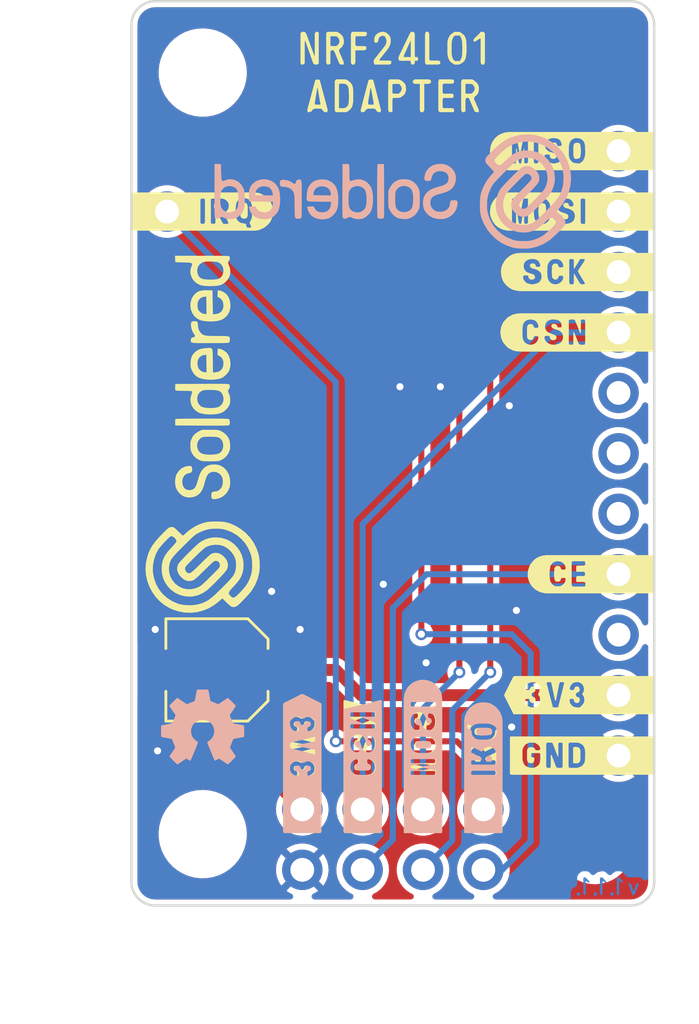
<source format=kicad_pcb>
(kicad_pcb (version 20210623) (generator pcbnew)
  (title_block (title "NRF24L01 adapter") (date "2021-09-09") (rev "V1.1.1.") (company "SOLDERED") (comment 1 "333059"))
  (layers (0 "F.Cu" signal) (31 "B.Cu" signal) (34 "B.Paste" user) (35 "F.Paste" user) (36 "B.SilkS" user "B.Silkscreen") (37 "F.SilkS" user "F.Silkscreen") (38 "B.Mask" user) (39 "F.Mask" user) (44 "Edge.Cuts" user))
  (net 0 "")
  (net 1 "3V3")
  (net 2 "GND")
  (net 3 "IRQ")
  (net 4 "MOSI")
  (net 5 "CSN")
  (net 6 "CE")
  (net 7 "SCK")
  (net 8 "MISO")
  (footprint "buzzardLabel" (layer "F.Cu") (at 132.4 143.7)
    (fp_text reference "" (at 0 0) (layer "F.SilkS") (effects (font (size 1.27 1.27))))
    (fp_text value "" (at 0 0) (layer "F.SilkS") (effects (font (size 1.27 1.27))))
  )
  (footprint "buzzardLabel" (layer "F.Cu") (at 124.81 147.35 90)
    (fp_text reference "" (at 0 0 90) (layer "F.SilkS") (effects (font (size 1.27 1.27))))
    (fp_text value "" (at 0 0 90) (layer "F.SilkS") (effects (font (size 1.27 1.27))))
  )
  (footprint "buzzardLabel" (layer "F.Cu") (at 121 114)
    (fp_text reference "" (at 0 0) (layer "F.SilkS") (effects (font (size 1.27 1.27))))
    (fp_text value "" (at 0 0) (layer "F.SilkS") (effects (font (size 1.27 1.27))))
  )
  (footprint "buzzardLabel" (layer "F.Cu") (at 109.6 120.84)
    (fp_text reference "" (at 0 0) (layer "F.SilkS") (effects (font (size 1.27 1.27))))
    (fp_text value "" (at 0 0) (layer "F.SilkS") (effects (font (size 1.27 1.27))))
  )
  (footprint "buzzardLabel" (layer "F.Cu") (at 132.4 125.92)
    (fp_text reference "" (at 0 0) (layer "F.SilkS") (effects (font (size 1.27 1.27))))
    (fp_text value "" (at 0 0) (layer "F.SilkS") (effects (font (size 1.27 1.27))))
  )
  (footprint "e-radionica.com footprinti:FIDUCIAL_23" (layer "F.Cu") (at 129.5 147.5)
    (fp_text reference "FD1")
    (fp_text value "FIDUCIAL")
    (fp_circle (center 0 0) (end 1 0) (layer "F.Cu") (width 0.2) (fill none))
    (pad "1" smd circle (at 0 0) (size 1 1) (layers "F.Cu" "F.Paste" "F.Mask") (clearance 1.1))
  )
  (footprint "e-radionica.com footprinti:HOLE_3.2mm" (layer "F.Cu") (at 113 115)
    (fp_text reference "H2" hide)
    (fp_text value "HOLE_3.2mm" hide)
    (pad "" np_thru_hole circle locked (at 0 0) (size 3.2 3.2) (drill 3.2) (layers F&B.Cu *.Mask))
  )
  (footprint "e-radionica.com footprinti:HOLE_3.2mm" (layer "F.Cu") (at 113 147)
    (fp_text reference "H1" hide)
    (fp_text value "HOLE_3.2mm" hide)
    (pad "" np_thru_hole circle locked (at 0 0) (size 3.2 3.2) (drill 3.2) (layers F&B.Cu *.Mask))
  )
  (footprint "buzzardLabel" (layer "F.Cu") (at 122.27 147.35 90)
    (fp_text reference "" (at 0 0 90) (layer "F.SilkS") (effects (font (size 1.27 1.27))))
    (fp_text value "" (at 0 0 90) (layer "F.SilkS") (effects (font (size 1.27 1.27))))
  )
  (footprint "buzzardLabel" (layer "F.Cu") (at 132.4 118.3)
    (fp_text reference "" (at 0 0) (layer "F.SilkS") (effects (font (size 1.27 1.27))))
    (fp_text value "" (at 0 0) (layer "F.SilkS") (effects (font (size 1.27 1.27))))
  )
  (footprint "buzzardLabel" (layer "F.Cu") (at 132.4 136.08)
    (fp_text reference "" (at 0 0) (layer "F.SilkS") (effects (font (size 1.27 1.27))))
    (fp_text value "" (at 0 0) (layer "F.SilkS") (effects (font (size 1.27 1.27))))
  )
  (footprint "buzzardLabel" (layer "F.Cu") (at 132.4 120.84)
    (fp_text reference "" (at 0 0) (layer "F.SilkS") (effects (font (size 1.27 1.27))))
    (fp_text value "" (at 0 0) (layer "F.SilkS") (effects (font (size 1.27 1.27))))
  )
  (footprint "buzzardLabel" (layer "F.Cu") (at 132.4 123.38)
    (fp_text reference "" (at 0 0) (layer "F.SilkS") (effects (font (size 1.27 1.27))))
    (fp_text value "" (at 0 0) (layer "F.SilkS") (effects (font (size 1.27 1.27))))
  )
  (footprint "Soldered Graphics:Logo-Back-SolderedFULL-15mm" (layer "F.Cu") (at 121 120)
    (fp_text reference "REF**" hide)
    (fp_text value "Logo-Front-SolderedFULL-15mm" hide)
  )
  (footprint "buzzardLabel" (layer "F.Cu") (at 132.4 141.16)
    (fp_text reference "" (at 0 0) (layer "F.SilkS") (effects (font (size 1.27 1.27))))
    (fp_text value "" (at 0 0) (layer "F.SilkS") (effects (font (size 1.27 1.27))))
  )
  (footprint "e-radionica.com footprinti:ELECTROLITIC_CAP_4mm" (layer "F.Cu") (at 113.6 140.1 180)
    (fp_text reference "C1")
    (fp_text value "10uF_10V")
    (pad "1" smd rect (at -1.8 0 180) (size 2.6 1.6) (layers "F.Cu" "F.Paste" "F.Mask") (net 1 "3V3"))
    (pad "2" smd rect (at 1.8 0 180) (size 2.6 1.6) (layers "F.Cu" "F.Paste" "F.Mask") (net 2 "GND"))
  )
  (footprint "Soldered Graphics:Logo-Back-OSH-3.5mm" (layer "F.Cu") (at 113 142.5)
    (fp_text reference "G***" hide)
    (fp_text value "LOGO" hide)
  )
  (footprint "buzzardLabel" (layer "F.Cu") (at 121 116)
    (fp_text reference "" (at 0 0) (layer "F.SilkS") (effects (font (size 1.27 1.27))))
    (fp_text value "" (at 0 0) (layer "F.SilkS") (effects (font (size 1.27 1.27))))
  )
  (footprint "e-radionica.com footprinti:HEADER_FEMALE_4X2" (layer "F.Cu") (at 121 147.23 -90)
    (fp_text reference "K1")
    (fp_text value "HEADER_FEMALE_4X2")
    (pad "1" thru_hole circle (at -1.27 -3.81 270) (size 1.7 1.7) (drill 1) (layers *.Cu *.Mask) (net 3 "IRQ"))
    (pad "2" thru_hole circle (at -1.27 -1.27 270) (size 1.7 1.7) (drill 1) (layers *.Cu *.Mask) (net 4 "MOSI"))
    (pad "3" thru_hole circle (at -1.27 1.27 270) (size 1.7 1.7) (drill 1) (layers *.Cu *.Mask) (net 5 "CSN"))
    (pad "4" thru_hole circle (at -1.27 3.81 270) (size 1.7 1.7) (drill 1) (layers *.Cu *.Mask) (net 1 "3V3"))
    (pad "5" thru_hole circle (at 1.27 3.81 270) (size 1.7 1.7) (drill 1) (layers *.Cu *.Mask) (net 2 "GND"))
    (pad "6" thru_hole circle (at 1.27 1.27 270) (size 1.7 1.7) (drill 1) (layers *.Cu *.Mask) (net 6 "CE"))
    (pad "7" thru_hole circle (at 1.27 -1.27 270) (size 1.7 1.7) (drill 1) (layers *.Cu *.Mask) (net 7 "SCK"))
    (pad "8" thru_hole circle (at 1.27 -3.81 270) (size 1.7 1.7) (drill 1) (layers *.Cu *.Mask) (net 8 "MISO"))
  )
  (footprint "buzzardLabel" (layer "F.Cu") (at 119.73 147.35 90)
    (fp_text reference "" (at 0 0 90) (layer "F.SilkS") (effects (font (size 1.27 1.27))))
    (fp_text value "" (at 0 0 90) (layer "F.SilkS") (effects (font (size 1.27 1.27))))
  )
  (footprint "buzzardLabel" (layer "F.Cu") (at 117.19 147.35 90)
    (fp_text reference "" (at 0 0 90) (layer "F.SilkS") (effects (font (size 1.27 1.27))))
    (fp_text value "" (at 0 0 90) (layer "F.SilkS") (effects (font (size 1.27 1.27))))
  )
  (footprint "Soldered Graphics:Logo-Front-SolderedFULL-15mm" (layer "F.Cu") (at 113 130.2 90)
    (fp_text reference "REF**" hide)
    (fp_text value "Logo-Front-SolderedFULL-15mm" hide)
  )
  (footprint "buzzardLabel" (layer "B.Cu") (at 117.19 147.35 90)
    (fp_text reference "" (at 0 0 90) (layer "B.SilkS") (effects (font (size 1.27 1.27)) (justify mirror)))
    (fp_text value "" (at 0 0 90) (layer "B.SilkS") (effects (font (size 1.27 1.27)) (justify mirror)))
  )
  (footprint "Soldered Graphics:Version1.1.1." (layer "B.Cu") (at 130 149.2 180)
    (fp_text reference "REF**" hide)
    (fp_text value "Version1.1.1." hide)
    (fp_poly (pts (xy -0.5 -0.35) (xy -0.44 -0.35) (xy -0.43 -0.31) (xy -0.43 0.35) (xy -0.46 0.38) (xy -0.52 0.38) (xy -0.55 0.34) (xy -0.67 0.22) (xy -0.68 0.17) (xy -0.65 0.16) (xy -0.56 0.22) (xy -0.52 0.23) (xy -0.52 -0.31) (xy -0.5 -0.35)) (layer "B.Cu") (width 0.01) (fill solid))
    (fp_poly (pts (xy -0.27 -0.38) (xy -0.22 -0.38) (xy -0.17 -0.37) (xy -0.16 -0.33) (xy -0.16 -0.27) (xy -0.21 -0.26) (xy -0.26 -0.26) (xy -0.29 -0.29) (xy -0.29 -0.34) (xy -0.27 -0.38)) (layer "B.Cu") (width 0.01) (fill solid))
    (fp_poly (pts (xy -1.15 -0.35) (xy -1.1 -0.35) (xy -1.07 -0.31) (xy -0.92 0.1) (xy -0.94 0.13) (xy -0.99 0.13) (xy -1.02 0.1) (xy -1.11 -0.16) (xy -1.13 -0.21) (xy -1.15 -0.17) (xy -1.24 0.09) (xy -1.26 0.13) (xy -1.32 0.13) (xy -1.34 0.1) (xy -1.18 -0.31) (xy -1.15 -0.35)) (layer "B.Cu") (width 0.01) (fill solid))
    (fp_poly (pts (xy 0.43 -0.38) (xy 0.48 -0.38) (xy 0.54 -0.37) (xy 0.54 -0.33) (xy 0.54 -0.27) (xy 0.5 -0.26) (xy 0.45 -0.26) (xy 0.42 -0.29) (xy 0.42 -0.34) (xy 0.43 -0.38)) (layer "B.Cu") (width 0.01) (fill solid))
    (fp_poly (pts (xy 1.14 -0.38) (xy 1.19 -0.38) (xy 1.24 -0.37) (xy 1.25 -0.33) (xy 1.25 -0.27) (xy 1.2 -0.26) (xy 1.15 -0.26) (xy 1.12 -0.29) (xy 1.12 -0.34) (xy 1.14 -0.38)) (layer "B.Cu") (width 0.01) (fill solid))
    (fp_poly (pts (xy 0.21 -0.35) (xy 0.26 -0.35) (xy 0.28 -0.31) (xy 0.28 0.35) (xy 0.24 0.38) (xy 0.19 0.38) (xy 0.15 0.34) (xy 0.04 0.22) (xy 0.02 0.17) (xy 0.05 0.16) (xy 0.14 0.22) (xy 0.18 0.23) (xy 0.18 -0.31) (xy 0.21 -0.35)) (layer "B.Cu") (width 0.01) (fill solid))
    (fp_poly (pts (xy 0.91 -0.35) (xy 0.96 -0.35) (xy 0.98 -0.31) (xy 0.98 0.35) (xy 0.95 0.38) (xy 0.89 0.38) (xy 0.86 0.34) (xy 0.74 0.22) (xy 0.73 0.17) (xy 0.76 0.16) (xy 0.85 0.22) (xy 0.89 0.23) (xy 0.89 -0.31) (xy 0.91 -0.35)) (layer "B.Cu") (width 0.01) (fill solid))
  )
  (footprint "e-radionica.com footprinti:HEADER_MALE_11X1" (layer "B.Cu") (at 130.5 131 90)
    (fp_text reference "K2")
    (fp_text value "HEADER_MALE_11X1")
    (pad "1" thru_hole circle locked (at -12.7 0 90) (size 1.7 1.7) (drill 1) (layers *.Cu *.Mask) (net 2 "GND"))
    (pad "2" thru_hole circle locked (at -10.16 0 90) (size 1.7 1.7) (drill 1) (layers *.Cu *.Mask) (net 1 "3V3"))
    (pad "3" thru_hole circle locked (at -7.62 0 90) (size 1.7 1.7) (drill 1) (layers *.Cu *.Mask))
    (pad "4" thru_hole circle locked (at -5.08 0 90) (size 1.7 1.7) (drill 1) (layers *.Cu *.Mask) (net 6 "CE"))
    (pad "5" thru_hole circle locked (at -2.54 0 90) (size 1.7 1.7) (drill 1) (layers *.Cu *.Mask))
    (pad "6" thru_hole circle locked (at 0 0 90) (size 1.7 1.7) (drill 1) (layers *.Cu *.Mask))
    (pad "7" thru_hole circle locked (at 2.54 0 90) (size 1.7 1.7) (drill 1) (layers *.Cu *.Mask))
    (pad "8" thru_hole circle locked (at 5.08 0 90) (size 1.7 1.7) (drill 1) (layers *.Cu *.Mask) (net 5 "CSN"))
    (pad "9" thru_hole circle locked (at 7.62 0 90) (size 1.7 1.7) (drill 1) (layers *.Cu *.Mask) (net 7 "SCK"))
    (pad "10" thru_hole circle locked (at 10.16 0 90) (size 1.7 1.7) (drill 1) (layers *.Cu *.Mask) (net 4 "MOSI"))
    (pad "11" thru_hole circle locked (at 12.7 0 90) (size 1.7 1.7) (drill 1) (layers *.Cu *.Mask) (net 8 "MISO"))
  )
  (footprint "buzzardLabel" (layer "B.Cu") (at 122.27 147.35 90)
    (fp_text reference "" (at 0 0 90) (layer "B.SilkS") (effects (font (size 1.27 1.27)) (justify mirror)))
    (fp_text value "" (at 0 0 90) (layer "B.SilkS") (effects (font (size 1.27 1.27)) (justify mirror)))
  )
  (footprint "e-radionica.com footprinti:HEADER_MALE_1X1" (layer "B.Cu") (at 111.5 120.84 180)
    (fp_text reference "K3")
    (fp_text value "HEADER_MALE_1X1")
    (pad "1" thru_hole circle locked (at 0 0 180) (size 1.7 1.7) (drill 1) (layers *.Cu *.Mask) (net 3 "IRQ"))
  )
  (footprint "buzzardLabel" (layer "B.Cu") (at 119.73 147.35 90)
    (fp_text reference "" (at 0 0 90) (layer "B.SilkS") (effects (font (size 1.27 1.27)) (justify mirror)))
    (fp_text value "" (at 0 0 90) (layer "B.SilkS") (effects (font (size 1.27 1.27)) (justify mirror)))
  )
  (footprint "buzzardLabel" (layer "B.Cu") (at 124.81 147.35 90)
    (fp_text reference "" (at 0 0 90) (layer "B.SilkS") (effects (font (size 1.27 1.27)) (justify mirror)))
    (fp_text value "" (at 0 0 90) (layer "B.SilkS") (effects (font (size 1.27 1.27)) (justify mirror)))
  )
  (gr_arc (start 111 149) (end 111 150) (angle 90) (layer "Edge.Cuts") (width 0.1))
  (gr_line (start 131 150) (end 111 150) (layer "Edge.Cuts") (width 0.1))
  (gr_line (start 132 113) (end 132 149) (layer "Edge.Cuts") (width 0.1))
  (gr_arc (start 131 149) (end 131 150) (angle -90) (layer "Edge.Cuts") (width 0.1))
  (gr_line (start 110 149) (end 110 113) (layer "Edge.Cuts") (width 0.1))
  (gr_arc (start 131 112.999997) (end 131 112) (angle 90) (layer "Edge.Cuts") (width 0.1))
  (gr_arc (start 110.999997 113) (end 111 112) (angle -90) (layer "Edge.Cuts") (width 0.1))
  (gr_line (start 111 112) (end 131 112) (layer "Edge.Cuts") (width 0.1))
  (segment (start 115.4 140.1) (end 115.4 144.17) (width 0.5) (layer "F.Cu") (net 1))
  (segment (start 130.5 141.16) (end 119.66 141.16) (width 0.5) (layer "F.Cu") (net 1))
  (segment (start 115.4 144.17) (end 117.19 145.96) (width 0.5) (layer "F.Cu") (net 1))
  (segment (start 117.19 145.96) (end 116.66 145.96) (width 0.5) (layer "F.Cu") (net 1))
  (segment (start 119.66 141.16) (end 118.6 140.1) (width 0.5) (layer "F.Cu") (net 1))
  (segment (start 118.6 140.1) (end 115.4 140.1) (width 0.5) (layer "F.Cu") (net 1))
  (via (at 111 138.4) (size 0.5) (drill 0.3) (layers "F.Cu" "B.Cu") (net 2))
  (via (at 126.2 137.6) (size 0.5) (drill 0.3) (layers "F.Cu" "B.Cu") (net 2))
  (via (at 120.6 136.5) (size 0.5) (drill 0.3) (layers "F.Cu" "B.Cu") (net 2))
  (via (at 126 142.5) (size 0.5) (drill 0.3) (layers "F.Cu" "B.Cu") (net 2))
  (via (at 122.4 139.8) (size 0.5) (drill 0.3) (layers "F.Cu" "B.Cu") (net 2))
  (via (at 125.9 129) (size 0.5) (drill 0.3) (layers "F.Cu" "B.Cu") (net 2))
  (via (at 111.1 143.5) (size 0.5) (drill 0.3) (layers "F.Cu" "B.Cu") (net 2))
  (via (at 123 128.2) (size 0.5) (drill 0.3) (layers "F.Cu" "B.Cu") (net 2))
  (via (at 117.1 138.4) (size 0.5) (drill 0.3) (layers "F.Cu" "B.Cu") (net 2))
  (via (at 115.9 136.8) (size 0.5) (drill 0.3) (layers "F.Cu" "B.Cu") (net 2))
  (via (at 121.3 128.2) (size 0.5) (drill 0.3) (layers "F.Cu" "B.Cu") (net 2))
  (segment (start 118.6 143.1) (end 123.7 143.1) (width 0.254) (layer "F.Cu") (net 3))
  (segment (start 124.81 144.21) (end 124.81 145.96) (width 0.254) (layer "F.Cu") (net 3))
  (segment (start 123.7 143.1) (end 124.81 144.21) (width 0.254) (layer "F.Cu") (net 3))
  (via (at 118.6 143.1) (size 0.5) (drill 0.3) (layers "F.Cu" "B.Cu") (net 3))
  (segment (start 118.6 143.1) (end 118.6 128) (width 0.254) (layer "B.Cu") (net 3))
  (segment (start 118.6 128) (end 111.5 120.9) (width 0.254) (layer "B.Cu") (net 3))
  (segment (start 111.5 120.9) (end 111.5 120.84) (width 0.254) (layer "B.Cu") (net 3))
  (segment (start 123.8 124.8) (end 127.76 120.84) (width 0.254) (layer "F.Cu") (net 4))
  (segment (start 123.8 140.2) (end 123.8 124.8) (width 0.254) (layer "F.Cu") (net 4))
  (segment (start 127.76 120.84) (end 130.5 120.84) (width 0.254) (layer "F.Cu") (net 4))
  (via (at 123.8 140.2) (size 0.5) (drill 0.3) (layers "F.Cu" "B.Cu") (net 4))
  (segment (start 122.27 141.73) (end 122.27 145.96) (width 0.254) (layer "B.Cu") (net 4))
  (segment (start 123.8 140.2) (end 122.27 141.73) (width 0.254) (layer "B.Cu") (net 4))
  (segment (start 119.73 133.97) (end 127.78 125.92) (width 0.254) (layer "B.Cu") (net 5))
  (segment (start 127.78 125.92) (end 130.5 125.92) (width 0.254) (layer "B.Cu") (net 5))
  (segment (start 119.73 145.96) (end 119.73 133.97) (width 0.254) (layer "B.Cu") (net 5))
  (segment (start 121 147.23) (end 121 137.5) (width 0.254) (layer "B.Cu") (net 6))
  (segment (start 122.42 136.08) (end 130.5 136.08) (width 0.254) (layer "B.Cu") (net 6))
  (segment (start 121 137.5) (end 122.42 136.08) (width 0.254) (layer "B.Cu") (net 6))
  (segment (start 119.73 148.5) (end 121 147.23) (width 0.254) (layer "B.Cu") (net 6))
  (segment (start 127.42 123.38) (end 130.5 123.38) (width 0.254) (layer "F.Cu") (net 7))
  (segment (start 125.1 125.7) (end 127.42 123.38) (width 0.254) (layer "F.Cu") (net 7))
  (segment (start 125.1 140.2) (end 125.1 125.7) (width 0.254) (layer "F.Cu") (net 7))
  (via (at 125.1 140.2) (size 0.5) (drill 0.3) (layers "F.Cu" "B.Cu") (net 7))
  (segment (start 123.5 147.27) (end 122.27 148.5) (width 0.254) (layer "B.Cu") (net 7))
  (segment (start 123.5 141.8) (end 123.5 147.27) (width 0.254) (layer "B.Cu") (net 7))
  (segment (start 125.1 140.2) (end 123.5 141.8) (width 0.254) (layer "B.Cu") (net 7))
  (segment (start 122.2 138.6) (end 122.2 123.3) (width 0.254) (layer "F.Cu") (net 8))
  (segment (start 122.2 123.3) (end 127.2 118.3) (width 0.254) (layer "F.Cu") (net 8))
  (segment (start 127.2 118.3) (end 130.5 118.3) (width 0.254) (layer "F.Cu") (net 8))
  (via (at 122.2 138.6) (size 0.5) (drill 0.3) (layers "F.Cu" "B.Cu") (net 8))
  (segment (start 126.8 147.3) (end 125.6 148.5) (width 0.254) (layer "B.Cu") (net 8))
  (segment (start 122.2 138.6) (end 126 138.6) (width 0.254) (layer "B.Cu") (net 8))
  (segment (start 126 138.6) (end 126.8 139.4) (width 0.254) (layer "B.Cu") (net 8))
  (segment (start 125.6 148.5) (end 124.81 148.5) (width 0.254) (layer "B.Cu") (net 8))
  (segment (start 126.8 139.4) (end 126.8 147.3) (width 0.254) (layer "B.Cu") (net 8))
  (zone (net 2) (net_name "GND") (layers F&B.Cu) (connect_pads (clearance 0.254)) (min_thickness 0.254) (fill yes (thermal_gap 0.254) (thermal_bridge_width 0.3))
    (polygon (pts (xy 132 150) (xy 110 150) (xy 110 112) (xy 132 112)))
  )
)
</source>
